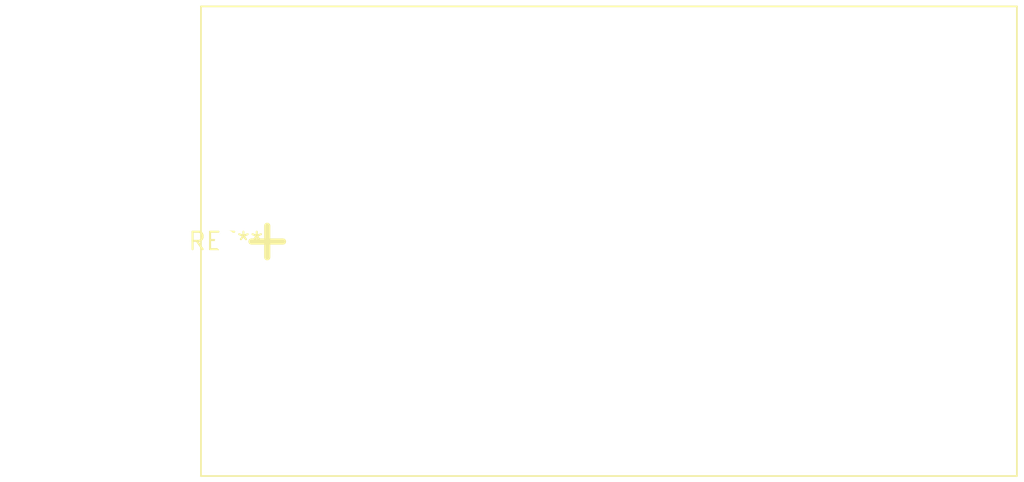
<source format=kicad_pcb>
(kicad_pcb (version 20240108) (generator pcbnew)
  (layers (0 "F.Cu" signal) (31 "B.Cu" signal) (34 "B.Paste" user) (35 "F.Paste" user) (36 "B.SilkS" user "B.Silkscreen") (37 "F.SilkS" user "F.Silkscreen") (38 "B.Mask" user) (39 "F.Mask" user) (44 "Edge.Cuts" user))
  (net 0 "")
  (footprint "BatteryHolder_Bulgin_BX0036_1xC" (layer "F.Cu") (at 0 0)
    (property "Reference" "REF**")
    (property "Value" "BatteryHolder_Bulgin_BX0036_1xC")
    (fp_line (start -1.81 -17.06) (end -1.81 17.06) (layer "F.SilkS") (stroke (width 0.12)))
    (fp_line (start -1.81 -17.06) (end 57.41 -17.06) (layer "F.SilkS") (stroke (width 0.12)))
    (fp_line (start -1.81 17.06) (end 57.41 17.06) (layer "F.SilkS") (stroke (width 0.12)))
    (fp_line (start 57.41 -17.06) (end 57.41 17.06) (layer "F.SilkS") (stroke (width 0.12)))
    (fp_text user "+" (at 3 -0.2 0) (layer "F.SilkS") (effects (font (size 3 3) (thickness 0.45))))
    (pad "" np_thru_hole circle (at 11.9 0) (size 3.8 3.8) (drill 3.8) (layers *.Cu *.Mask))
    (pad "" np_thru_hole circle (at 43.7 0) (size 3.8 3.8) (drill 3.8) (layers *.Cu *.Mask))
    (pad "1" thru_hole rect (at 0 0) (size 2.6 2.6) (drill 1.6) (layers *.Cu *.Mask) (remove_unused_layers))
    (pad "2" thru_hole circle (at 55.6 0) (size 2.6 2.6) (drill 1.6) (layers *.Cu *.Mask) (remove_unused_layers))
  )
)
</source>
